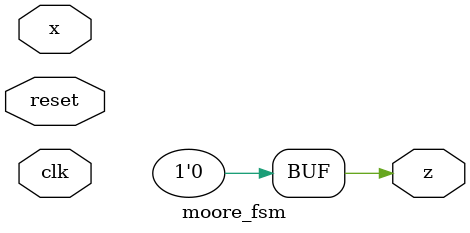
<source format=v>
`timescale 1ns / 1ps
module moore_fsm(clk, reset, x, z);
    input clk, reset, x;
    output reg z;

    parameter s0 = 3'd0;
    parameter s1 = 3'd1;
    parameter s2 = 3'd2;
    parameter s3 = 3'd3;
    parameter s4 = 3'd4;

    reg [1:0] PS,NS;

    always@(posedge clk ) begin
        if(reset) PS <= s0;
        else PS <= NS;
    end

    always@(x,PS) begin
        case(PS)
            s0: begin
                NS <= x ? s0 : s1;
                //z <= x ? 0 : 0;
            end
            s1: begin
                NS <= x ? s2 :s1;
                //z <= x ? 0 :0;
            end
            s2:  begin
                NS <= x ? s3 :s1;
                //z <= x ? 0 :0;
            end
            s3: begin
                NS <= x ? s0 :s4;
                //z <= x ? 0 :0;
            end
            s4: begin
                NS <= x ? s2 :s1;
                //z <= x ? 1: 1;
            end
            default: NS <= s0;
        endcase
    end

    always@(PS) begin
        if (PS == s4) z <= 1'b1;
        else z <= 1'b0;
    end




endmodule

</source>
